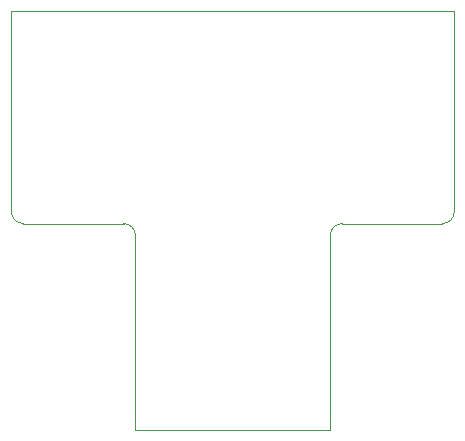
<source format=gbr>
G04 #@! TF.GenerationSoftware,KiCad,Pcbnew,5.99.0-unknown-06c979d~86~ubuntu18.04.1*
G04 #@! TF.CreationDate,2020-01-24T15:10:46+02:00*
G04 #@! TF.ProjectId,interconnect,696e7465-7263-46f6-9e6e-6563742e6b69,rev?*
G04 #@! TF.SameCoordinates,Original*
G04 #@! TF.FileFunction,Profile,NP*
%FSLAX46Y46*%
G04 Gerber Fmt 4.6, Leading zero omitted, Abs format (unit mm)*
G04 Created by KiCad (PCBNEW 5.99.0-unknown-06c979d~86~ubuntu18.04.1) date 2020-01-24 15:10:46*
%MOMM*%
%LPD*%
G04 APERTURE LIST*
%ADD10C,0.050000*%
G04 APERTURE END LIST*
D10*
X93000000Y-97500000D02*
G75*
G02*
X92000000Y-96500000I0J1000000D01*
G01*
X129500000Y-96500000D02*
G75*
G02*
X128500000Y-97500000I-1000000J0D01*
G01*
X101500000Y-97500000D02*
G75*
G02*
X102500000Y-98500000I0J-1000000D01*
G01*
X119000000Y-98500000D02*
G75*
G02*
X120000000Y-97500000I1000000J0D01*
G01*
X102500000Y-115000000D02*
X119000000Y-115000000D01*
X102500000Y-98500000D02*
X102500000Y-115000000D01*
X101500000Y-97500000D02*
X93000000Y-97500000D01*
X119000000Y-98500000D02*
X119000000Y-115000000D01*
X128500000Y-97500000D02*
X120000000Y-97500000D01*
X92000000Y-96500000D02*
X92000000Y-79500000D01*
X129500000Y-79500000D02*
X129500000Y-96500000D01*
X92000000Y-79500000D02*
X129500000Y-79500000D01*
M02*

</source>
